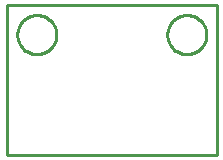
<source format=gbr>
G04 EAGLE Gerber RS-274X export*
G75*
%MOMM*%
%FSLAX34Y34*%
%LPD*%
%IN*%
%IPPOS*%
%AMOC8*
5,1,8,0,0,1.08239X$1,22.5*%
G01*
%ADD10C,0.254000*%


D10*
X0Y0D02*
X177800Y0D01*
X177800Y127000D01*
X0Y127000D01*
X0Y0D01*
X168910Y101060D02*
X168839Y99981D01*
X168698Y98909D01*
X168487Y97849D01*
X168208Y96805D01*
X167860Y95781D01*
X167446Y94783D01*
X166968Y93813D01*
X166428Y92877D01*
X165827Y91978D01*
X165169Y91121D01*
X164457Y90308D01*
X163692Y89544D01*
X162879Y88831D01*
X162022Y88173D01*
X161123Y87572D01*
X160187Y87032D01*
X159217Y86554D01*
X158219Y86140D01*
X157195Y85792D01*
X156151Y85513D01*
X155091Y85302D01*
X154019Y85161D01*
X152940Y85090D01*
X151860Y85090D01*
X150781Y85161D01*
X149709Y85302D01*
X148649Y85513D01*
X147605Y85792D01*
X146581Y86140D01*
X145583Y86554D01*
X144613Y87032D01*
X143677Y87572D01*
X142778Y88173D01*
X141921Y88831D01*
X141108Y89544D01*
X140344Y90308D01*
X139631Y91121D01*
X138973Y91978D01*
X138372Y92877D01*
X137832Y93813D01*
X137354Y94783D01*
X136940Y95781D01*
X136592Y96805D01*
X136313Y97849D01*
X136102Y98909D01*
X135961Y99981D01*
X135890Y101060D01*
X135890Y102140D01*
X135961Y103219D01*
X136102Y104291D01*
X136313Y105351D01*
X136592Y106395D01*
X136940Y107419D01*
X137354Y108417D01*
X137832Y109387D01*
X138372Y110323D01*
X138973Y111222D01*
X139631Y112079D01*
X140344Y112892D01*
X141108Y113657D01*
X141921Y114369D01*
X142778Y115027D01*
X143677Y115628D01*
X144613Y116168D01*
X145583Y116646D01*
X146581Y117060D01*
X147605Y117408D01*
X148649Y117687D01*
X149709Y117898D01*
X150781Y118039D01*
X151860Y118110D01*
X152940Y118110D01*
X154019Y118039D01*
X155091Y117898D01*
X156151Y117687D01*
X157195Y117408D01*
X158219Y117060D01*
X159217Y116646D01*
X160187Y116168D01*
X161123Y115628D01*
X162022Y115027D01*
X162879Y114369D01*
X163692Y113657D01*
X164457Y112892D01*
X165169Y112079D01*
X165827Y111222D01*
X166428Y110323D01*
X166968Y109387D01*
X167446Y108417D01*
X167860Y107419D01*
X168208Y106395D01*
X168487Y105351D01*
X168698Y104291D01*
X168839Y103219D01*
X168910Y102140D01*
X168910Y101060D01*
X41910Y101060D02*
X41839Y99981D01*
X41698Y98909D01*
X41487Y97849D01*
X41208Y96805D01*
X40860Y95781D01*
X40446Y94783D01*
X39968Y93813D01*
X39428Y92877D01*
X38827Y91978D01*
X38169Y91121D01*
X37457Y90308D01*
X36692Y89544D01*
X35879Y88831D01*
X35022Y88173D01*
X34123Y87572D01*
X33187Y87032D01*
X32217Y86554D01*
X31219Y86140D01*
X30195Y85792D01*
X29151Y85513D01*
X28091Y85302D01*
X27019Y85161D01*
X25940Y85090D01*
X24860Y85090D01*
X23781Y85161D01*
X22709Y85302D01*
X21649Y85513D01*
X20605Y85792D01*
X19581Y86140D01*
X18583Y86554D01*
X17613Y87032D01*
X16677Y87572D01*
X15778Y88173D01*
X14921Y88831D01*
X14108Y89544D01*
X13344Y90308D01*
X12631Y91121D01*
X11973Y91978D01*
X11372Y92877D01*
X10832Y93813D01*
X10354Y94783D01*
X9940Y95781D01*
X9592Y96805D01*
X9313Y97849D01*
X9102Y98909D01*
X8961Y99981D01*
X8890Y101060D01*
X8890Y102140D01*
X8961Y103219D01*
X9102Y104291D01*
X9313Y105351D01*
X9592Y106395D01*
X9940Y107419D01*
X10354Y108417D01*
X10832Y109387D01*
X11372Y110323D01*
X11973Y111222D01*
X12631Y112079D01*
X13344Y112892D01*
X14108Y113657D01*
X14921Y114369D01*
X15778Y115027D01*
X16677Y115628D01*
X17613Y116168D01*
X18583Y116646D01*
X19581Y117060D01*
X20605Y117408D01*
X21649Y117687D01*
X22709Y117898D01*
X23781Y118039D01*
X24860Y118110D01*
X25940Y118110D01*
X27019Y118039D01*
X28091Y117898D01*
X29151Y117687D01*
X30195Y117408D01*
X31219Y117060D01*
X32217Y116646D01*
X33187Y116168D01*
X34123Y115628D01*
X35022Y115027D01*
X35879Y114369D01*
X36692Y113657D01*
X37457Y112892D01*
X38169Y112079D01*
X38827Y111222D01*
X39428Y110323D01*
X39968Y109387D01*
X40446Y108417D01*
X40860Y107419D01*
X41208Y106395D01*
X41487Y105351D01*
X41698Y104291D01*
X41839Y103219D01*
X41910Y102140D01*
X41910Y101060D01*
M02*

</source>
